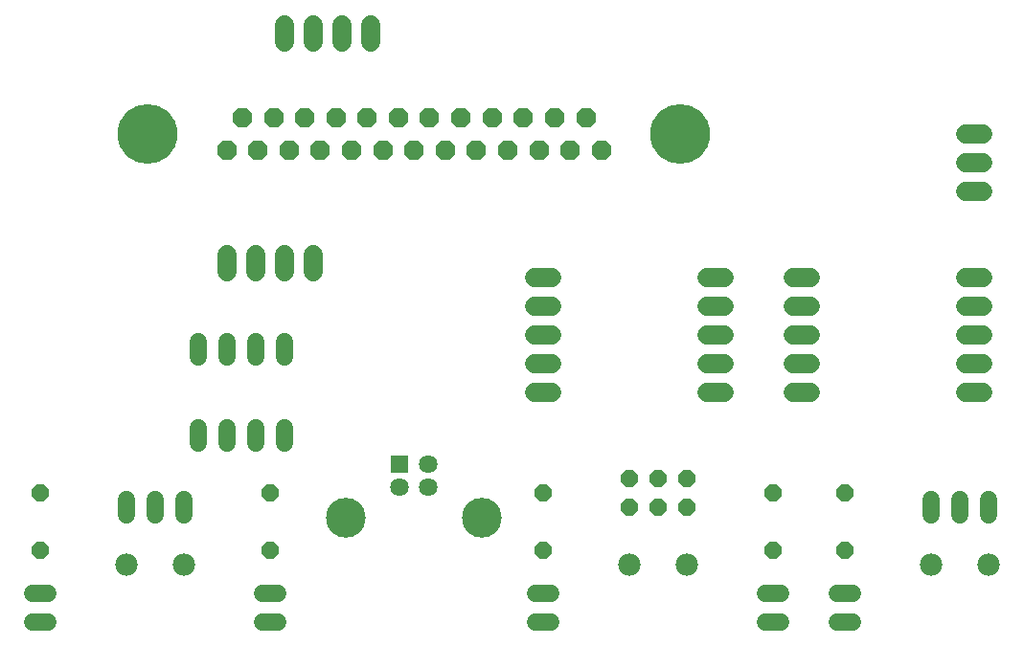
<source format=gbr>
G04 EAGLE Gerber RS-274X export*
G75*
%MOIN*%
%FSLAX34Y34*%
%LPD*%
%INSoldermask Bottom*%
%IPPOS*%
%AMOC8*
5,1,8,0,0,1.08239X$1,22.5*%
G01*
%ADD10C,0.060000*%
%ADD11C,0.064220*%
%ADD12R,0.064220X0.064220*%
%ADD13C,0.138551*%
%ADD14P,0.064943X8X112.500000*%
%ADD15C,0.078000*%
%ADD16C,0.068000*%
%ADD17P,0.073603X8X22.500000*%
%ADD18C,0.208000*%


D10*
X34240Y500D02*
X34760Y500D01*
X34760Y1500D02*
X34240Y1500D01*
X32260Y500D02*
X31740Y500D01*
X31740Y1500D02*
X32260Y1500D01*
X24260Y500D02*
X23740Y500D01*
X23740Y1500D02*
X24260Y1500D01*
X14760Y500D02*
X14240Y500D01*
X14240Y1500D02*
X14760Y1500D01*
X6760Y500D02*
X6240Y500D01*
X6240Y1500D02*
X6760Y1500D01*
D11*
X19984Y6000D03*
D12*
X19000Y6000D03*
D11*
X19984Y5213D03*
X19000Y5213D03*
D13*
X21862Y4146D03*
X17122Y4146D03*
D14*
X27000Y4500D03*
X28000Y4500D03*
X29000Y4500D03*
D15*
X27000Y2500D03*
X29000Y2500D03*
D14*
X27000Y5500D03*
X28000Y5500D03*
X29000Y5500D03*
D10*
X9500Y4760D02*
X9500Y4240D01*
X10500Y4240D02*
X10500Y4760D01*
X11500Y4760D02*
X11500Y4240D01*
D15*
X9500Y2500D03*
X11500Y2500D03*
D10*
X37500Y4240D02*
X37500Y4760D01*
X38500Y4760D02*
X38500Y4240D01*
X39500Y4240D02*
X39500Y4760D01*
D15*
X37500Y2500D03*
X39500Y2500D03*
D16*
X39300Y17500D02*
X38700Y17500D01*
X38700Y16500D02*
X39300Y16500D01*
X39300Y15500D02*
X38700Y15500D01*
X18000Y20700D02*
X18000Y21300D01*
X17000Y21300D02*
X17000Y20700D01*
X16000Y20700D02*
X16000Y21300D01*
X15000Y21300D02*
X15000Y20700D01*
X13000Y13300D02*
X13000Y12700D01*
X14000Y12700D02*
X14000Y13300D01*
X15000Y13300D02*
X15000Y12700D01*
X16000Y12700D02*
X16000Y13300D01*
D17*
X26020Y16940D03*
X24930Y16940D03*
X23850Y16940D03*
X22760Y16940D03*
X21670Y16940D03*
X20590Y16940D03*
X19500Y16940D03*
X18410Y16940D03*
X17330Y16940D03*
X16240Y16940D03*
X15150Y16940D03*
X14070Y16940D03*
X12980Y16940D03*
X25480Y18060D03*
X24390Y18060D03*
X23300Y18060D03*
X22220Y18060D03*
X21130Y18060D03*
X20040Y18060D03*
X18960Y18060D03*
X17870Y18060D03*
X16780Y18060D03*
X15700Y18060D03*
X14610Y18060D03*
X13520Y18060D03*
D18*
X10240Y17500D03*
X28760Y17500D03*
D16*
X38700Y8500D02*
X39300Y8500D01*
X39300Y9500D02*
X38700Y9500D01*
X38700Y10500D02*
X39300Y10500D01*
X39300Y11500D02*
X38700Y11500D01*
X38700Y12500D02*
X39300Y12500D01*
X33300Y8500D02*
X32700Y8500D01*
X32700Y9500D02*
X33300Y9500D01*
X33300Y10500D02*
X32700Y10500D01*
X32700Y11500D02*
X33300Y11500D01*
X33300Y12500D02*
X32700Y12500D01*
X30300Y8500D02*
X29700Y8500D01*
X29700Y9500D02*
X30300Y9500D01*
X30300Y10500D02*
X29700Y10500D01*
X29700Y11500D02*
X30300Y11500D01*
X30300Y12500D02*
X29700Y12500D01*
X24300Y8500D02*
X23700Y8500D01*
X23700Y9500D02*
X24300Y9500D01*
X24300Y10500D02*
X23700Y10500D01*
X23700Y11500D02*
X24300Y11500D01*
X24300Y12500D02*
X23700Y12500D01*
D14*
X34500Y3000D03*
X34500Y5000D03*
X32000Y3000D03*
X32000Y5000D03*
X24000Y3000D03*
X24000Y5000D03*
X14500Y3000D03*
X14500Y5000D03*
X6500Y3000D03*
X6500Y5000D03*
D10*
X12000Y9740D02*
X12000Y10260D01*
X13000Y10260D02*
X13000Y9740D01*
X13000Y7260D02*
X13000Y6740D01*
X12000Y6740D02*
X12000Y7260D01*
X14000Y9740D02*
X14000Y10260D01*
X15000Y10260D02*
X15000Y9740D01*
X14000Y7260D02*
X14000Y6740D01*
X15000Y6740D02*
X15000Y7260D01*
M02*

</source>
